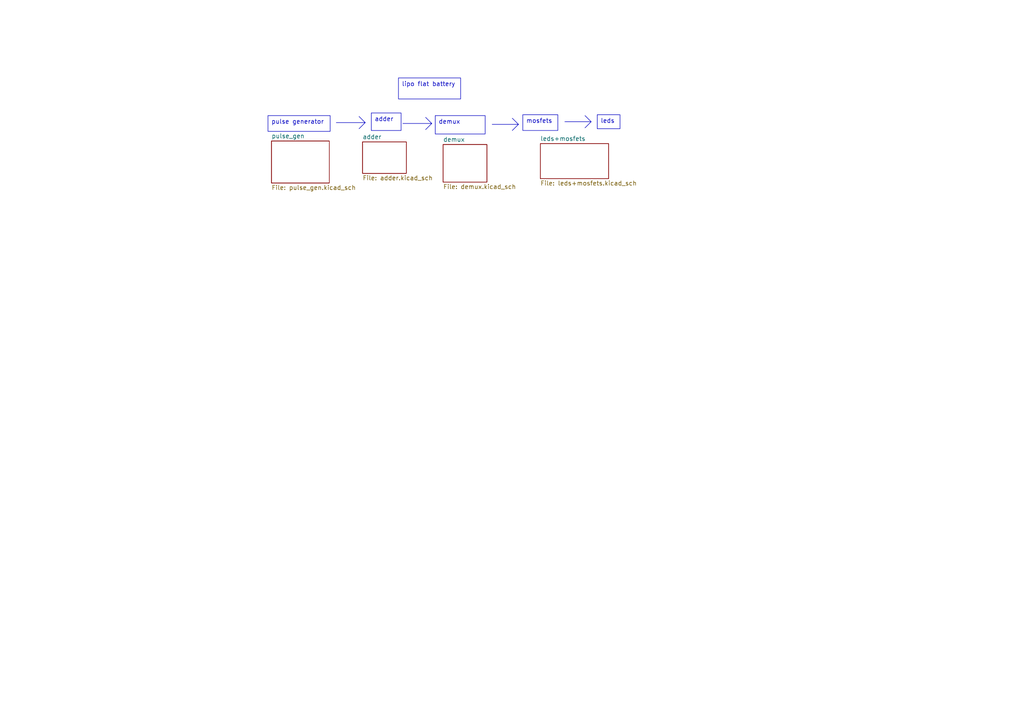
<source format=kicad_sch>
(kicad_sch
	(version 20250114)
	(generator "eeschema")
	(generator_version "9.0")
	(uuid "e928cd2e-687b-4f0f-a80d-e766cc3f22d6")
	(paper "A4")
	(lib_symbols)
	(text_box "mosfets"
		(exclude_from_sim no)
		(at 151.638 33.274 0)
		(size 10.16 4.572)
		(margins 0.9525 0.9525 0.9525 0.9525)
		(stroke
			(width 0)
			(type solid)
		)
		(fill
			(type none)
		)
		(effects
			(font
				(size 1.27 1.27)
			)
			(justify left top)
		)
		(uuid "66436848-e90d-4ba0-bd05-13b57a963352")
	)
	(text_box "lipo flat battery"
		(exclude_from_sim no)
		(at 115.57 22.606 0)
		(size 18.034 6.096)
		(margins 0.9525 0.9525 0.9525 0.9525)
		(stroke
			(width 0)
			(type solid)
		)
		(fill
			(type none)
		)
		(effects
			(font
				(size 1.27 1.27)
			)
			(justify left top)
		)
		(uuid "7084413a-eb13-4931-bc78-e50b42aeb6ca")
	)
	(text_box "leds"
		(exclude_from_sim no)
		(at 173.228 33.274 0)
		(size 6.604 4.064)
		(margins 0.9525 0.9525 0.9525 0.9525)
		(stroke
			(width 0)
			(type solid)
		)
		(fill
			(type none)
		)
		(effects
			(font
				(size 1.27 1.27)
			)
			(justify left top)
		)
		(uuid "c50e4e42-2236-4939-8952-b1cc23ae6db7")
	)
	(text_box "pulse generator"
		(exclude_from_sim no)
		(at 77.724 33.528 0)
		(size 18.034 4.572)
		(margins 0.9525 0.9525 0.9525 0.9525)
		(stroke
			(width 0)
			(type solid)
		)
		(fill
			(type none)
		)
		(effects
			(font
				(size 1.27 1.27)
			)
			(justify left top)
		)
		(uuid "c5fbfd05-36ed-44a8-b798-0e33a4ee19f0")
	)
	(text_box "demux"
		(exclude_from_sim no)
		(at 126.238 33.528 0)
		(size 14.478 5.334)
		(margins 0.9525 0.9525 0.9525 0.9525)
		(stroke
			(width 0)
			(type solid)
		)
		(fill
			(type none)
		)
		(effects
			(font
				(size 1.27 1.27)
			)
			(justify left top)
		)
		(uuid "c7dc5d0a-f288-4ea6-ae72-5d0a89fb23aa")
	)
	(text_box "adder\n"
		(exclude_from_sim no)
		(at 107.696 32.766 0)
		(size 8.636 5.08)
		(margins 0.9525 0.9525 0.9525 0.9525)
		(stroke
			(width 0)
			(type solid)
		)
		(fill
			(type none)
		)
		(effects
			(font
				(size 1.27 1.27)
			)
			(justify left top)
		)
		(uuid "cd6d6ad6-96be-496d-88dc-50559224bcae")
	)
	(polyline
		(pts
			(xy 105.918 35.56) (xy 105.664 35.56)
		)
		(stroke
			(width 0)
			(type default)
		)
		(uuid "097e3017-de1b-442f-9086-81e4ddecf1b1")
	)
	(polyline
		(pts
			(xy 105.918 35.56) (xy 104.14 33.782)
		)
		(stroke
			(width 0)
			(type default)
		)
		(uuid "0bcb664b-71a7-46a3-931b-90b234b5bcc1")
	)
	(polyline
		(pts
			(xy 150.368 36.068) (xy 150.114 36.068)
		)
		(stroke
			(width 0)
			(type default)
		)
		(uuid "0cc446ef-7c20-4811-8f32-db3c72b141f5")
	)
	(polyline
		(pts
			(xy 142.748 36.068) (xy 150.368 36.068)
		)
		(stroke
			(width 0)
			(type default)
		)
		(uuid "1fa6a15f-02cc-4b98-81d2-742eb2c6876a")
	)
	(polyline
		(pts
			(xy 171.45 35.306) (xy 169.672 33.528)
		)
		(stroke
			(width 0)
			(type default)
		)
		(uuid "2a824cce-98f2-49af-b069-8ceb1b5731eb")
	)
	(polyline
		(pts
			(xy 125.222 35.814) (xy 123.444 34.036)
		)
		(stroke
			(width 0)
			(type default)
		)
		(uuid "3c5cbec2-f67d-47ee-a21f-0f02b4ed65be")
	)
	(polyline
		(pts
			(xy 150.368 36.068) (xy 148.59 37.846)
		)
		(stroke
			(width 0)
			(type default)
		)
		(uuid "424cf4e4-900b-412c-8a94-4f60d60ca853")
	)
	(polyline
		(pts
			(xy 163.83 35.306) (xy 171.45 35.306)
		)
		(stroke
			(width 0)
			(type default)
		)
		(uuid "49b220c6-a3a8-4097-90a7-00f288115c0f")
	)
	(polyline
		(pts
			(xy 105.918 35.56) (xy 104.14 37.338)
		)
		(stroke
			(width 0)
			(type default)
		)
		(uuid "65da8936-bb25-4f42-a45b-8f46d4109948")
	)
	(polyline
		(pts
			(xy 150.368 36.068) (xy 148.59 34.29)
		)
		(stroke
			(width 0)
			(type default)
		)
		(uuid "7cf78fef-554d-4f29-ab46-24c2947421b0")
	)
	(polyline
		(pts
			(xy 125.222 35.814) (xy 123.444 37.592)
		)
		(stroke
			(width 0)
			(type default)
		)
		(uuid "98756b6e-0377-4ef4-b570-dad1a06d7a6d")
	)
	(polyline
		(pts
			(xy 125.222 35.814) (xy 124.968 35.814)
		)
		(stroke
			(width 0)
			(type default)
		)
		(uuid "ae757d86-b411-4a73-a2d3-09f803e708c4")
	)
	(polyline
		(pts
			(xy 97.536 35.56) (xy 105.918 35.56)
		)
		(stroke
			(width 0)
			(type default)
		)
		(uuid "be38663a-ace1-40fe-afd7-31b494d4cea0")
	)
	(polyline
		(pts
			(xy 116.84 35.814) (xy 125.222 35.814)
		)
		(stroke
			(width 0)
			(type default)
		)
		(uuid "c3f05165-1817-470f-b81d-4bfa3af6adb9")
	)
	(polyline
		(pts
			(xy 171.45 35.306) (xy 169.672 37.084)
		)
		(stroke
			(width 0)
			(type default)
		)
		(uuid "d551b92f-2fb0-40f1-b273-2615c8a9c62c")
	)
	(sheet
		(at 105.156 41.148)
		(size 12.7 9.144)
		(exclude_from_sim no)
		(in_bom yes)
		(on_board yes)
		(dnp no)
		(fields_autoplaced yes)
		(stroke
			(width 0.1524)
			(type solid)
		)
		(fill
			(color 0 0 0 0.0000)
		)
		(uuid "2a4fd164-9ee5-421c-8853-6120204b2356")
		(property "Sheetname" "adder"
			(at 105.156 40.4364 0)
			(effects
				(font
					(size 1.27 1.27)
				)
				(justify left bottom)
			)
		)
		(property "Sheetfile" "adder.kicad_sch"
			(at 105.156 50.8766 0)
			(effects
				(font
					(size 1.27 1.27)
				)
				(justify left top)
			)
		)
		(instances
			(project "grad-cap-pcb"
				(path "/e928cd2e-687b-4f0f-a80d-e766cc3f22d6"
					(page "3")
				)
			)
		)
	)
	(sheet
		(at 78.74 40.894)
		(size 16.764 12.192)
		(exclude_from_sim no)
		(in_bom yes)
		(on_board yes)
		(dnp no)
		(fields_autoplaced yes)
		(stroke
			(width 0.1524)
			(type solid)
		)
		(fill
			(color 0 0 0 0.0000)
		)
		(uuid "3ed43677-737a-44c3-a351-4c8c73fbf55f")
		(property "Sheetname" "pulse_gen"
			(at 78.74 40.1824 0)
			(effects
				(font
					(size 1.27 1.27)
				)
				(justify left bottom)
			)
		)
		(property "Sheetfile" "pulse_gen.kicad_sch"
			(at 78.74 53.6706 0)
			(effects
				(font
					(size 1.27 1.27)
				)
				(justify left top)
			)
		)
		(instances
			(project "grad-cap-pcb"
				(path "/e928cd2e-687b-4f0f-a80d-e766cc3f22d6"
					(page "2")
				)
			)
		)
	)
	(sheet
		(at 156.718 41.656)
		(size 19.812 10.16)
		(exclude_from_sim no)
		(in_bom yes)
		(on_board yes)
		(dnp no)
		(fields_autoplaced yes)
		(stroke
			(width 0.1524)
			(type solid)
		)
		(fill
			(color 0 0 0 0.0000)
		)
		(uuid "d9049571-73bb-452d-ad4c-8ff09b138afd")
		(property "Sheetname" "leds+mosfets"
			(at 156.718 40.9444 0)
			(effects
				(font
					(size 1.27 1.27)
				)
				(justify left bottom)
			)
		)
		(property "Sheetfile" "leds+mosfets.kicad_sch"
			(at 156.718 52.4006 0)
			(effects
				(font
					(size 1.27 1.27)
				)
				(justify left top)
			)
		)
		(instances
			(project "grad-cap-pcb"
				(path "/e928cd2e-687b-4f0f-a80d-e766cc3f22d6"
					(page "5")
				)
			)
		)
	)
	(sheet
		(at 128.524 41.91)
		(size 12.7 10.922)
		(exclude_from_sim no)
		(in_bom yes)
		(on_board yes)
		(dnp no)
		(fields_autoplaced yes)
		(stroke
			(width 0.1524)
			(type solid)
		)
		(fill
			(color 0 0 0 0.0000)
		)
		(uuid "dd208767-0015-4b8e-a614-0718680cb4ca")
		(property "Sheetname" "demux"
			(at 128.524 41.1984 0)
			(effects
				(font
					(size 1.27 1.27)
				)
				(justify left bottom)
			)
		)
		(property "Sheetfile" "demux.kicad_sch"
			(at 128.524 53.4166 0)
			(effects
				(font
					(size 1.27 1.27)
				)
				(justify left top)
			)
		)
		(instances
			(project "grad-cap-pcb"
				(path "/e928cd2e-687b-4f0f-a80d-e766cc3f22d6"
					(page "4")
				)
			)
		)
	)
	(sheet_instances
		(path "/"
			(page "1")
		)
	)
	(embedded_fonts no)
)

</source>
